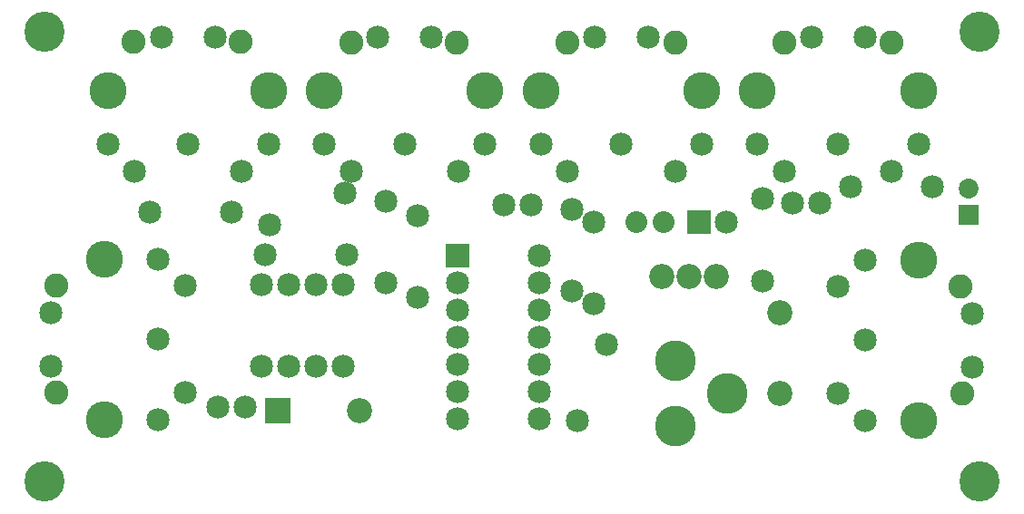
<source format=gts>
G04 MADE WITH FRITZING*
G04 WWW.FRITZING.ORG*
G04 DOUBLE SIDED*
G04 HOLES PLATED*
G04 CONTOUR ON CENTER OF CONTOUR VECTOR*
%ASAXBY*%
%FSLAX23Y23*%
%MOIN*%
%OFA0B0*%
%SFA1.0B1.0*%
%ADD10C,0.080000*%
%ADD11C,0.085000*%
%ADD12C,0.136000*%
%ADD13C,0.092000*%
%ADD14C,0.150000*%
%ADD15C,0.072992*%
%ADD16C,0.147795*%
%ADD17C,0.088740*%
%ADD18R,0.092000X0.092000*%
%ADD19R,0.085000X0.085000*%
%ADD20R,0.072992X0.072992*%
%ADD21C,0.030000*%
%LNMASK1*%
G90*
G70*
G54D10*
X2271Y1050D03*
X2371Y1050D03*
G54D11*
X2511Y1337D03*
X2413Y1239D03*
X2216Y1337D03*
X2019Y1239D03*
X1921Y1337D03*
X2314Y1731D03*
G54D12*
X1921Y1534D03*
X2511Y1534D03*
G54D11*
X2118Y1731D03*
X921Y1337D03*
X822Y1239D03*
X626Y1337D03*
X429Y1239D03*
X330Y1337D03*
X724Y1731D03*
G54D12*
X330Y1534D03*
X921Y1534D03*
G54D11*
X527Y1731D03*
X3307Y1337D03*
X3208Y1239D03*
X3011Y1337D03*
X2814Y1239D03*
X2716Y1337D03*
X3110Y1731D03*
G54D12*
X2716Y1534D03*
X3307Y1534D03*
G54D11*
X2913Y1731D03*
X1716Y1337D03*
X1618Y1239D03*
X1421Y1337D03*
X1224Y1239D03*
X1126Y1337D03*
X1519Y1731D03*
G54D12*
X1126Y1534D03*
X1716Y1534D03*
G54D11*
X1322Y1731D03*
X3358Y1181D03*
X3058Y1181D03*
X2736Y1137D03*
X2736Y836D03*
X2161Y601D03*
X2055Y320D03*
X2846Y1121D03*
X2946Y1121D03*
X2114Y1050D03*
X2114Y750D03*
X925Y1042D03*
X1201Y1159D03*
X1784Y1114D03*
X1884Y1114D03*
X2035Y1097D03*
X2035Y797D03*
X1468Y1074D03*
X1468Y774D03*
X484Y1089D03*
X784Y1089D03*
X1350Y1129D03*
X1350Y829D03*
X909Y932D03*
X1209Y932D03*
G54D13*
X956Y357D03*
X1254Y357D03*
G54D11*
X3110Y322D03*
X3011Y420D03*
X3110Y617D03*
X3011Y814D03*
X3110Y912D03*
X3503Y518D03*
G54D12*
X3307Y912D03*
X3307Y322D03*
G54D11*
X3503Y715D03*
X515Y916D03*
X614Y818D03*
X515Y621D03*
X614Y424D03*
X515Y325D03*
X122Y719D03*
G54D12*
X318Y325D03*
X318Y916D03*
G54D11*
X122Y522D03*
X896Y522D03*
X896Y822D03*
X996Y522D03*
X996Y822D03*
X1096Y522D03*
X1096Y822D03*
X1196Y522D03*
X1196Y822D03*
X736Y373D03*
X836Y373D03*
X1613Y927D03*
X1913Y927D03*
X1613Y827D03*
X1913Y827D03*
X1613Y727D03*
X1913Y727D03*
X1613Y627D03*
X1913Y627D03*
X1613Y527D03*
X1913Y527D03*
X1613Y427D03*
X1913Y427D03*
X1613Y327D03*
X1913Y327D03*
G54D14*
X2413Y542D03*
X2413Y302D03*
X2603Y422D03*
G54D13*
X2563Y853D03*
X2463Y853D03*
X2363Y853D03*
G54D11*
X2500Y1050D03*
X2600Y1050D03*
G54D13*
X2799Y719D03*
X2799Y421D03*
G54D15*
X3492Y1077D03*
X3492Y1176D03*
G54D16*
X3531Y1751D03*
X3531Y97D03*
X98Y97D03*
X98Y1751D03*
G54D17*
X141Y424D03*
X141Y818D03*
X3468Y420D03*
X3460Y814D03*
X1610Y1711D03*
X818Y1715D03*
X425Y1715D03*
X1224Y1711D03*
X2019Y1711D03*
X2413Y1711D03*
X2814Y1711D03*
X3208Y1711D03*
G54D18*
X955Y357D03*
G54D19*
X1613Y927D03*
X2500Y1050D03*
G54D20*
X3492Y1077D03*
G54D21*
G36*
X868Y550D02*
X923Y550D01*
X923Y495D01*
X868Y495D01*
X868Y550D01*
G37*
D02*
G36*
X2532Y822D02*
X2532Y884D01*
X2594Y884D01*
X2594Y822D01*
X2532Y822D01*
G37*
D02*
G36*
X2830Y689D02*
X2768Y689D01*
X2768Y751D01*
X2830Y751D01*
X2830Y689D01*
G37*
D02*
G04 End of Mask1*
M02*
</source>
